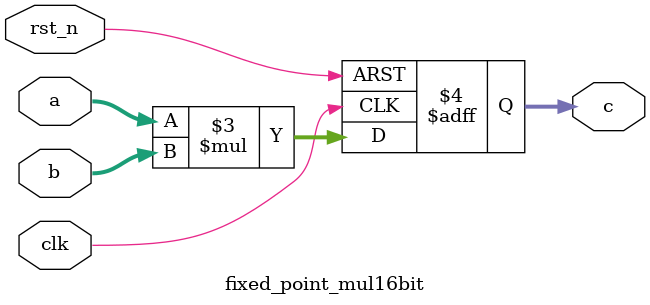
<source format=sv>
module fixed_point_mul16bit (
    input clk,    // Clock
    input rst_n,  // Asynchronous reset active low
    input [15:0] a,
    input [15:0] b,
    output [31:0] c
);
    
    always_ff @(posedge clk or negedge rst_n) begin : proc_c
        if(~rst_n) begin
            c <= 0;
        end else begin
            c <= a*b;
        end
    end

endmodule
</source>
